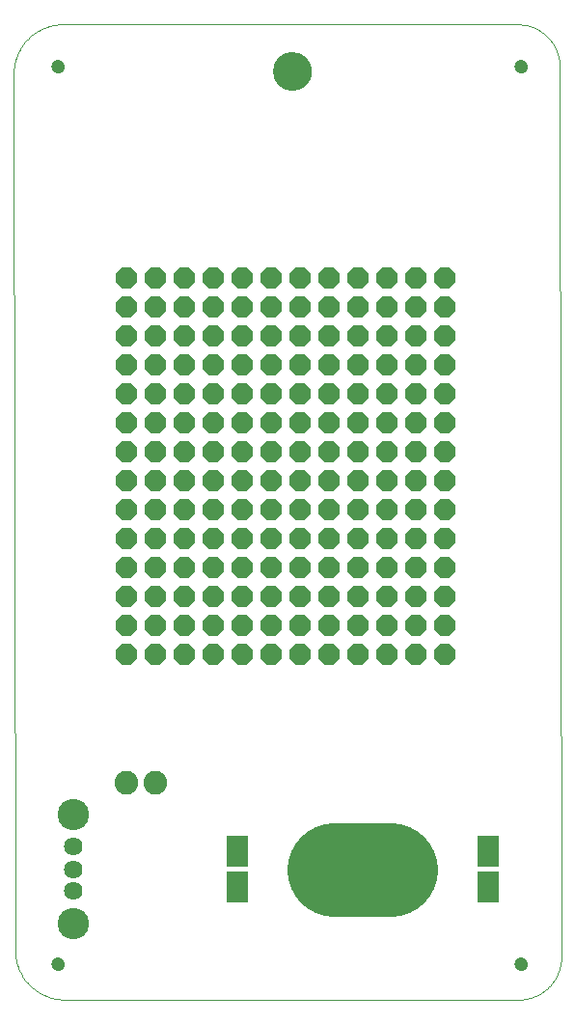
<source format=gts>
G75*
%MOIN*%
%OFA0B0*%
%FSLAX25Y25*%
%IPPOS*%
%LPD*%
%AMOC8*
5,1,8,0,0,1.08239X$1,22.5*
%
%ADD10C,0.00000*%
%ADD11C,0.13398*%
%ADD12C,0.04737*%
%ADD13C,0.08200*%
%ADD14OC8,0.07100*%
%ADD15C,0.06400*%
%ADD16C,0.10800*%
%ADD17R,0.07800X0.10800*%
%ADD18C,0.32296*%
D10*
X0008809Y0018071D02*
X0008329Y0320837D01*
X0021632Y0323269D02*
X0021634Y0323357D01*
X0021640Y0323445D01*
X0021650Y0323533D01*
X0021664Y0323621D01*
X0021681Y0323707D01*
X0021703Y0323793D01*
X0021728Y0323877D01*
X0021758Y0323961D01*
X0021790Y0324043D01*
X0021827Y0324123D01*
X0021867Y0324202D01*
X0021911Y0324279D01*
X0021958Y0324354D01*
X0022008Y0324426D01*
X0022062Y0324497D01*
X0022118Y0324564D01*
X0022178Y0324630D01*
X0022240Y0324692D01*
X0022306Y0324752D01*
X0022373Y0324808D01*
X0022444Y0324862D01*
X0022516Y0324912D01*
X0022591Y0324959D01*
X0022668Y0325003D01*
X0022747Y0325043D01*
X0022827Y0325080D01*
X0022909Y0325112D01*
X0022993Y0325142D01*
X0023077Y0325167D01*
X0023163Y0325189D01*
X0023249Y0325206D01*
X0023337Y0325220D01*
X0023425Y0325230D01*
X0023513Y0325236D01*
X0023601Y0325238D01*
X0023689Y0325236D01*
X0023777Y0325230D01*
X0023865Y0325220D01*
X0023953Y0325206D01*
X0024039Y0325189D01*
X0024125Y0325167D01*
X0024209Y0325142D01*
X0024293Y0325112D01*
X0024375Y0325080D01*
X0024455Y0325043D01*
X0024534Y0325003D01*
X0024611Y0324959D01*
X0024686Y0324912D01*
X0024758Y0324862D01*
X0024829Y0324808D01*
X0024896Y0324752D01*
X0024962Y0324692D01*
X0025024Y0324630D01*
X0025084Y0324564D01*
X0025140Y0324497D01*
X0025194Y0324426D01*
X0025244Y0324354D01*
X0025291Y0324279D01*
X0025335Y0324202D01*
X0025375Y0324123D01*
X0025412Y0324043D01*
X0025444Y0323961D01*
X0025474Y0323877D01*
X0025499Y0323793D01*
X0025521Y0323707D01*
X0025538Y0323621D01*
X0025552Y0323533D01*
X0025562Y0323445D01*
X0025568Y0323357D01*
X0025570Y0323269D01*
X0025568Y0323181D01*
X0025562Y0323093D01*
X0025552Y0323005D01*
X0025538Y0322917D01*
X0025521Y0322831D01*
X0025499Y0322745D01*
X0025474Y0322661D01*
X0025444Y0322577D01*
X0025412Y0322495D01*
X0025375Y0322415D01*
X0025335Y0322336D01*
X0025291Y0322259D01*
X0025244Y0322184D01*
X0025194Y0322112D01*
X0025140Y0322041D01*
X0025084Y0321974D01*
X0025024Y0321908D01*
X0024962Y0321846D01*
X0024896Y0321786D01*
X0024829Y0321730D01*
X0024758Y0321676D01*
X0024686Y0321626D01*
X0024611Y0321579D01*
X0024534Y0321535D01*
X0024455Y0321495D01*
X0024375Y0321458D01*
X0024293Y0321426D01*
X0024209Y0321396D01*
X0024125Y0321371D01*
X0024039Y0321349D01*
X0023953Y0321332D01*
X0023865Y0321318D01*
X0023777Y0321308D01*
X0023689Y0321302D01*
X0023601Y0321300D01*
X0023513Y0321302D01*
X0023425Y0321308D01*
X0023337Y0321318D01*
X0023249Y0321332D01*
X0023163Y0321349D01*
X0023077Y0321371D01*
X0022993Y0321396D01*
X0022909Y0321426D01*
X0022827Y0321458D01*
X0022747Y0321495D01*
X0022668Y0321535D01*
X0022591Y0321579D01*
X0022516Y0321626D01*
X0022444Y0321676D01*
X0022373Y0321730D01*
X0022306Y0321786D01*
X0022240Y0321846D01*
X0022178Y0321908D01*
X0022118Y0321974D01*
X0022062Y0322041D01*
X0022008Y0322112D01*
X0021958Y0322184D01*
X0021911Y0322259D01*
X0021867Y0322336D01*
X0021827Y0322415D01*
X0021790Y0322495D01*
X0021758Y0322577D01*
X0021728Y0322661D01*
X0021703Y0322745D01*
X0021681Y0322831D01*
X0021664Y0322917D01*
X0021650Y0323005D01*
X0021640Y0323093D01*
X0021634Y0323181D01*
X0021632Y0323269D01*
X0008329Y0320837D02*
X0008334Y0321248D01*
X0008349Y0321659D01*
X0008374Y0322069D01*
X0008408Y0322478D01*
X0008453Y0322887D01*
X0008507Y0323294D01*
X0008572Y0323700D01*
X0008646Y0324104D01*
X0008730Y0324506D01*
X0008823Y0324906D01*
X0008926Y0325304D01*
X0009039Y0325699D01*
X0009161Y0326092D01*
X0009293Y0326481D01*
X0009434Y0326867D01*
X0009584Y0327249D01*
X0009744Y0327628D01*
X0009913Y0328003D01*
X0010090Y0328373D01*
X0010277Y0328739D01*
X0010472Y0329101D01*
X0010676Y0329457D01*
X0010889Y0329809D01*
X0011110Y0330155D01*
X0011339Y0330496D01*
X0011576Y0330832D01*
X0011822Y0331161D01*
X0012075Y0331485D01*
X0012337Y0331802D01*
X0012605Y0332113D01*
X0012882Y0332417D01*
X0013165Y0332714D01*
X0013456Y0333005D01*
X0013753Y0333288D01*
X0014057Y0333565D01*
X0014368Y0333833D01*
X0014685Y0334095D01*
X0015009Y0334348D01*
X0015338Y0334594D01*
X0015674Y0334831D01*
X0016015Y0335060D01*
X0016361Y0335281D01*
X0016713Y0335494D01*
X0017069Y0335698D01*
X0017431Y0335893D01*
X0017797Y0336080D01*
X0018167Y0336257D01*
X0018542Y0336426D01*
X0018921Y0336586D01*
X0019303Y0336736D01*
X0019689Y0336877D01*
X0020078Y0337009D01*
X0020471Y0337131D01*
X0020866Y0337244D01*
X0021264Y0337347D01*
X0021664Y0337440D01*
X0022066Y0337524D01*
X0022470Y0337598D01*
X0022876Y0337663D01*
X0023283Y0337717D01*
X0023692Y0337762D01*
X0024101Y0337796D01*
X0024511Y0337821D01*
X0024922Y0337836D01*
X0025333Y0337841D01*
X0182309Y0337841D01*
X0181632Y0323269D02*
X0181634Y0323357D01*
X0181640Y0323445D01*
X0181650Y0323533D01*
X0181664Y0323621D01*
X0181681Y0323707D01*
X0181703Y0323793D01*
X0181728Y0323877D01*
X0181758Y0323961D01*
X0181790Y0324043D01*
X0181827Y0324123D01*
X0181867Y0324202D01*
X0181911Y0324279D01*
X0181958Y0324354D01*
X0182008Y0324426D01*
X0182062Y0324497D01*
X0182118Y0324564D01*
X0182178Y0324630D01*
X0182240Y0324692D01*
X0182306Y0324752D01*
X0182373Y0324808D01*
X0182444Y0324862D01*
X0182516Y0324912D01*
X0182591Y0324959D01*
X0182668Y0325003D01*
X0182747Y0325043D01*
X0182827Y0325080D01*
X0182909Y0325112D01*
X0182993Y0325142D01*
X0183077Y0325167D01*
X0183163Y0325189D01*
X0183249Y0325206D01*
X0183337Y0325220D01*
X0183425Y0325230D01*
X0183513Y0325236D01*
X0183601Y0325238D01*
X0183689Y0325236D01*
X0183777Y0325230D01*
X0183865Y0325220D01*
X0183953Y0325206D01*
X0184039Y0325189D01*
X0184125Y0325167D01*
X0184209Y0325142D01*
X0184293Y0325112D01*
X0184375Y0325080D01*
X0184455Y0325043D01*
X0184534Y0325003D01*
X0184611Y0324959D01*
X0184686Y0324912D01*
X0184758Y0324862D01*
X0184829Y0324808D01*
X0184896Y0324752D01*
X0184962Y0324692D01*
X0185024Y0324630D01*
X0185084Y0324564D01*
X0185140Y0324497D01*
X0185194Y0324426D01*
X0185244Y0324354D01*
X0185291Y0324279D01*
X0185335Y0324202D01*
X0185375Y0324123D01*
X0185412Y0324043D01*
X0185444Y0323961D01*
X0185474Y0323877D01*
X0185499Y0323793D01*
X0185521Y0323707D01*
X0185538Y0323621D01*
X0185552Y0323533D01*
X0185562Y0323445D01*
X0185568Y0323357D01*
X0185570Y0323269D01*
X0185568Y0323181D01*
X0185562Y0323093D01*
X0185552Y0323005D01*
X0185538Y0322917D01*
X0185521Y0322831D01*
X0185499Y0322745D01*
X0185474Y0322661D01*
X0185444Y0322577D01*
X0185412Y0322495D01*
X0185375Y0322415D01*
X0185335Y0322336D01*
X0185291Y0322259D01*
X0185244Y0322184D01*
X0185194Y0322112D01*
X0185140Y0322041D01*
X0185084Y0321974D01*
X0185024Y0321908D01*
X0184962Y0321846D01*
X0184896Y0321786D01*
X0184829Y0321730D01*
X0184758Y0321676D01*
X0184686Y0321626D01*
X0184611Y0321579D01*
X0184534Y0321535D01*
X0184455Y0321495D01*
X0184375Y0321458D01*
X0184293Y0321426D01*
X0184209Y0321396D01*
X0184125Y0321371D01*
X0184039Y0321349D01*
X0183953Y0321332D01*
X0183865Y0321318D01*
X0183777Y0321308D01*
X0183689Y0321302D01*
X0183601Y0321300D01*
X0183513Y0321302D01*
X0183425Y0321308D01*
X0183337Y0321318D01*
X0183249Y0321332D01*
X0183163Y0321349D01*
X0183077Y0321371D01*
X0182993Y0321396D01*
X0182909Y0321426D01*
X0182827Y0321458D01*
X0182747Y0321495D01*
X0182668Y0321535D01*
X0182591Y0321579D01*
X0182516Y0321626D01*
X0182444Y0321676D01*
X0182373Y0321730D01*
X0182306Y0321786D01*
X0182240Y0321846D01*
X0182178Y0321908D01*
X0182118Y0321974D01*
X0182062Y0322041D01*
X0182008Y0322112D01*
X0181958Y0322184D01*
X0181911Y0322259D01*
X0181867Y0322336D01*
X0181827Y0322415D01*
X0181790Y0322495D01*
X0181758Y0322577D01*
X0181728Y0322661D01*
X0181703Y0322745D01*
X0181681Y0322831D01*
X0181664Y0322917D01*
X0181650Y0323005D01*
X0181640Y0323093D01*
X0181634Y0323181D01*
X0181632Y0323269D01*
X0182309Y0337841D02*
X0182665Y0337837D01*
X0183020Y0337824D01*
X0183375Y0337802D01*
X0183730Y0337772D01*
X0184083Y0337734D01*
X0184436Y0337687D01*
X0184787Y0337631D01*
X0185137Y0337567D01*
X0185486Y0337494D01*
X0185832Y0337413D01*
X0186176Y0337324D01*
X0186518Y0337226D01*
X0186858Y0337121D01*
X0187195Y0337006D01*
X0187529Y0336884D01*
X0187860Y0336754D01*
X0188188Y0336616D01*
X0188512Y0336470D01*
X0188833Y0336316D01*
X0189150Y0336155D01*
X0189463Y0335986D01*
X0189772Y0335809D01*
X0190076Y0335625D01*
X0190376Y0335434D01*
X0190671Y0335235D01*
X0190962Y0335030D01*
X0191247Y0334817D01*
X0191527Y0334598D01*
X0191802Y0334371D01*
X0192071Y0334139D01*
X0192334Y0333900D01*
X0192592Y0333654D01*
X0192843Y0333403D01*
X0193089Y0333145D01*
X0193328Y0332882D01*
X0193560Y0332613D01*
X0193787Y0332338D01*
X0194006Y0332058D01*
X0194219Y0331773D01*
X0194424Y0331482D01*
X0194623Y0331187D01*
X0194814Y0330887D01*
X0194998Y0330583D01*
X0195175Y0330274D01*
X0195344Y0329961D01*
X0195505Y0329644D01*
X0195659Y0329323D01*
X0195805Y0328999D01*
X0195943Y0328671D01*
X0196073Y0328340D01*
X0196195Y0328006D01*
X0196310Y0327669D01*
X0196415Y0327329D01*
X0196513Y0326987D01*
X0196602Y0326643D01*
X0196683Y0326297D01*
X0196756Y0325948D01*
X0196820Y0325598D01*
X0196876Y0325247D01*
X0196923Y0324894D01*
X0196961Y0324541D01*
X0196991Y0324186D01*
X0197013Y0323831D01*
X0197026Y0323476D01*
X0197030Y0323120D01*
X0197510Y0015784D01*
X0181609Y0013209D02*
X0181611Y0013297D01*
X0181617Y0013385D01*
X0181627Y0013473D01*
X0181641Y0013561D01*
X0181658Y0013647D01*
X0181680Y0013733D01*
X0181705Y0013817D01*
X0181735Y0013901D01*
X0181767Y0013983D01*
X0181804Y0014063D01*
X0181844Y0014142D01*
X0181888Y0014219D01*
X0181935Y0014294D01*
X0181985Y0014366D01*
X0182039Y0014437D01*
X0182095Y0014504D01*
X0182155Y0014570D01*
X0182217Y0014632D01*
X0182283Y0014692D01*
X0182350Y0014748D01*
X0182421Y0014802D01*
X0182493Y0014852D01*
X0182568Y0014899D01*
X0182645Y0014943D01*
X0182724Y0014983D01*
X0182804Y0015020D01*
X0182886Y0015052D01*
X0182970Y0015082D01*
X0183054Y0015107D01*
X0183140Y0015129D01*
X0183226Y0015146D01*
X0183314Y0015160D01*
X0183402Y0015170D01*
X0183490Y0015176D01*
X0183578Y0015178D01*
X0183666Y0015176D01*
X0183754Y0015170D01*
X0183842Y0015160D01*
X0183930Y0015146D01*
X0184016Y0015129D01*
X0184102Y0015107D01*
X0184186Y0015082D01*
X0184270Y0015052D01*
X0184352Y0015020D01*
X0184432Y0014983D01*
X0184511Y0014943D01*
X0184588Y0014899D01*
X0184663Y0014852D01*
X0184735Y0014802D01*
X0184806Y0014748D01*
X0184873Y0014692D01*
X0184939Y0014632D01*
X0185001Y0014570D01*
X0185061Y0014504D01*
X0185117Y0014437D01*
X0185171Y0014366D01*
X0185221Y0014294D01*
X0185268Y0014219D01*
X0185312Y0014142D01*
X0185352Y0014063D01*
X0185389Y0013983D01*
X0185421Y0013901D01*
X0185451Y0013817D01*
X0185476Y0013733D01*
X0185498Y0013647D01*
X0185515Y0013561D01*
X0185529Y0013473D01*
X0185539Y0013385D01*
X0185545Y0013297D01*
X0185547Y0013209D01*
X0185545Y0013121D01*
X0185539Y0013033D01*
X0185529Y0012945D01*
X0185515Y0012857D01*
X0185498Y0012771D01*
X0185476Y0012685D01*
X0185451Y0012601D01*
X0185421Y0012517D01*
X0185389Y0012435D01*
X0185352Y0012355D01*
X0185312Y0012276D01*
X0185268Y0012199D01*
X0185221Y0012124D01*
X0185171Y0012052D01*
X0185117Y0011981D01*
X0185061Y0011914D01*
X0185001Y0011848D01*
X0184939Y0011786D01*
X0184873Y0011726D01*
X0184806Y0011670D01*
X0184735Y0011616D01*
X0184663Y0011566D01*
X0184588Y0011519D01*
X0184511Y0011475D01*
X0184432Y0011435D01*
X0184352Y0011398D01*
X0184270Y0011366D01*
X0184186Y0011336D01*
X0184102Y0011311D01*
X0184016Y0011289D01*
X0183930Y0011272D01*
X0183842Y0011258D01*
X0183754Y0011248D01*
X0183666Y0011242D01*
X0183578Y0011240D01*
X0183490Y0011242D01*
X0183402Y0011248D01*
X0183314Y0011258D01*
X0183226Y0011272D01*
X0183140Y0011289D01*
X0183054Y0011311D01*
X0182970Y0011336D01*
X0182886Y0011366D01*
X0182804Y0011398D01*
X0182724Y0011435D01*
X0182645Y0011475D01*
X0182568Y0011519D01*
X0182493Y0011566D01*
X0182421Y0011616D01*
X0182350Y0011670D01*
X0182283Y0011726D01*
X0182217Y0011786D01*
X0182155Y0011848D01*
X0182095Y0011914D01*
X0182039Y0011981D01*
X0181985Y0012052D01*
X0181935Y0012124D01*
X0181888Y0012199D01*
X0181844Y0012276D01*
X0181804Y0012355D01*
X0181767Y0012435D01*
X0181735Y0012517D01*
X0181705Y0012601D01*
X0181680Y0012685D01*
X0181658Y0012771D01*
X0181641Y0012857D01*
X0181627Y0012945D01*
X0181617Y0013033D01*
X0181611Y0013121D01*
X0181609Y0013209D01*
X0182726Y0001000D02*
X0183083Y0001004D01*
X0183440Y0001017D01*
X0183797Y0001039D01*
X0184153Y0001069D01*
X0184508Y0001108D01*
X0184862Y0001155D01*
X0185215Y0001211D01*
X0185566Y0001275D01*
X0185916Y0001348D01*
X0186264Y0001430D01*
X0186610Y0001519D01*
X0186953Y0001617D01*
X0187295Y0001724D01*
X0187633Y0001838D01*
X0187968Y0001961D01*
X0188301Y0002091D01*
X0188630Y0002230D01*
X0188956Y0002377D01*
X0189278Y0002531D01*
X0189596Y0002693D01*
X0189911Y0002863D01*
X0190221Y0003041D01*
X0190527Y0003225D01*
X0190828Y0003418D01*
X0191124Y0003617D01*
X0191416Y0003823D01*
X0191702Y0004037D01*
X0191984Y0004257D01*
X0192259Y0004484D01*
X0192530Y0004718D01*
X0192794Y0004958D01*
X0193053Y0005205D01*
X0193305Y0005457D01*
X0193552Y0005716D01*
X0193792Y0005980D01*
X0194026Y0006251D01*
X0194253Y0006526D01*
X0194473Y0006808D01*
X0194687Y0007094D01*
X0194893Y0007386D01*
X0195092Y0007682D01*
X0195285Y0007983D01*
X0195469Y0008289D01*
X0195647Y0008599D01*
X0195817Y0008914D01*
X0195979Y0009232D01*
X0196133Y0009554D01*
X0196280Y0009880D01*
X0196419Y0010209D01*
X0196549Y0010542D01*
X0196672Y0010877D01*
X0196786Y0011215D01*
X0196893Y0011557D01*
X0196991Y0011900D01*
X0197080Y0012246D01*
X0197162Y0012594D01*
X0197235Y0012944D01*
X0197299Y0013295D01*
X0197355Y0013648D01*
X0197402Y0014002D01*
X0197441Y0014357D01*
X0197471Y0014713D01*
X0197493Y0015070D01*
X0197506Y0015427D01*
X0197510Y0015784D01*
X0182726Y0001000D02*
X0025880Y0001000D01*
X0021609Y0013209D02*
X0021611Y0013297D01*
X0021617Y0013385D01*
X0021627Y0013473D01*
X0021641Y0013561D01*
X0021658Y0013647D01*
X0021680Y0013733D01*
X0021705Y0013817D01*
X0021735Y0013901D01*
X0021767Y0013983D01*
X0021804Y0014063D01*
X0021844Y0014142D01*
X0021888Y0014219D01*
X0021935Y0014294D01*
X0021985Y0014366D01*
X0022039Y0014437D01*
X0022095Y0014504D01*
X0022155Y0014570D01*
X0022217Y0014632D01*
X0022283Y0014692D01*
X0022350Y0014748D01*
X0022421Y0014802D01*
X0022493Y0014852D01*
X0022568Y0014899D01*
X0022645Y0014943D01*
X0022724Y0014983D01*
X0022804Y0015020D01*
X0022886Y0015052D01*
X0022970Y0015082D01*
X0023054Y0015107D01*
X0023140Y0015129D01*
X0023226Y0015146D01*
X0023314Y0015160D01*
X0023402Y0015170D01*
X0023490Y0015176D01*
X0023578Y0015178D01*
X0023666Y0015176D01*
X0023754Y0015170D01*
X0023842Y0015160D01*
X0023930Y0015146D01*
X0024016Y0015129D01*
X0024102Y0015107D01*
X0024186Y0015082D01*
X0024270Y0015052D01*
X0024352Y0015020D01*
X0024432Y0014983D01*
X0024511Y0014943D01*
X0024588Y0014899D01*
X0024663Y0014852D01*
X0024735Y0014802D01*
X0024806Y0014748D01*
X0024873Y0014692D01*
X0024939Y0014632D01*
X0025001Y0014570D01*
X0025061Y0014504D01*
X0025117Y0014437D01*
X0025171Y0014366D01*
X0025221Y0014294D01*
X0025268Y0014219D01*
X0025312Y0014142D01*
X0025352Y0014063D01*
X0025389Y0013983D01*
X0025421Y0013901D01*
X0025451Y0013817D01*
X0025476Y0013733D01*
X0025498Y0013647D01*
X0025515Y0013561D01*
X0025529Y0013473D01*
X0025539Y0013385D01*
X0025545Y0013297D01*
X0025547Y0013209D01*
X0025545Y0013121D01*
X0025539Y0013033D01*
X0025529Y0012945D01*
X0025515Y0012857D01*
X0025498Y0012771D01*
X0025476Y0012685D01*
X0025451Y0012601D01*
X0025421Y0012517D01*
X0025389Y0012435D01*
X0025352Y0012355D01*
X0025312Y0012276D01*
X0025268Y0012199D01*
X0025221Y0012124D01*
X0025171Y0012052D01*
X0025117Y0011981D01*
X0025061Y0011914D01*
X0025001Y0011848D01*
X0024939Y0011786D01*
X0024873Y0011726D01*
X0024806Y0011670D01*
X0024735Y0011616D01*
X0024663Y0011566D01*
X0024588Y0011519D01*
X0024511Y0011475D01*
X0024432Y0011435D01*
X0024352Y0011398D01*
X0024270Y0011366D01*
X0024186Y0011336D01*
X0024102Y0011311D01*
X0024016Y0011289D01*
X0023930Y0011272D01*
X0023842Y0011258D01*
X0023754Y0011248D01*
X0023666Y0011242D01*
X0023578Y0011240D01*
X0023490Y0011242D01*
X0023402Y0011248D01*
X0023314Y0011258D01*
X0023226Y0011272D01*
X0023140Y0011289D01*
X0023054Y0011311D01*
X0022970Y0011336D01*
X0022886Y0011366D01*
X0022804Y0011398D01*
X0022724Y0011435D01*
X0022645Y0011475D01*
X0022568Y0011519D01*
X0022493Y0011566D01*
X0022421Y0011616D01*
X0022350Y0011670D01*
X0022283Y0011726D01*
X0022217Y0011786D01*
X0022155Y0011848D01*
X0022095Y0011914D01*
X0022039Y0011981D01*
X0021985Y0012052D01*
X0021935Y0012124D01*
X0021888Y0012199D01*
X0021844Y0012276D01*
X0021804Y0012355D01*
X0021767Y0012435D01*
X0021735Y0012517D01*
X0021705Y0012601D01*
X0021680Y0012685D01*
X0021658Y0012771D01*
X0021641Y0012857D01*
X0021627Y0012945D01*
X0021617Y0013033D01*
X0021611Y0013121D01*
X0021609Y0013209D01*
X0025880Y0001000D02*
X0025468Y0001005D01*
X0025055Y0001020D01*
X0024643Y0001045D01*
X0024232Y0001080D01*
X0023822Y0001124D01*
X0023413Y0001179D01*
X0023006Y0001244D01*
X0022600Y0001318D01*
X0022196Y0001402D01*
X0021795Y0001496D01*
X0021395Y0001600D01*
X0020999Y0001713D01*
X0020605Y0001836D01*
X0020214Y0001968D01*
X0019827Y0002109D01*
X0019443Y0002260D01*
X0019062Y0002420D01*
X0018686Y0002590D01*
X0018314Y0002768D01*
X0017947Y0002955D01*
X0017584Y0003151D01*
X0017226Y0003356D01*
X0016873Y0003570D01*
X0016525Y0003792D01*
X0016183Y0004022D01*
X0015846Y0004260D01*
X0015515Y0004507D01*
X0015190Y0004761D01*
X0014872Y0005023D01*
X0014560Y0005293D01*
X0014254Y0005570D01*
X0013956Y0005855D01*
X0013664Y0006147D01*
X0013379Y0006445D01*
X0013102Y0006751D01*
X0012832Y0007063D01*
X0012570Y0007381D01*
X0012316Y0007706D01*
X0012069Y0008037D01*
X0011831Y0008374D01*
X0011601Y0008716D01*
X0011379Y0009064D01*
X0011165Y0009417D01*
X0010960Y0009775D01*
X0010764Y0010138D01*
X0010577Y0010505D01*
X0010399Y0010877D01*
X0010229Y0011253D01*
X0010069Y0011634D01*
X0009918Y0012018D01*
X0009777Y0012405D01*
X0009645Y0012796D01*
X0009522Y0013190D01*
X0009409Y0013586D01*
X0009305Y0013986D01*
X0009211Y0014387D01*
X0009127Y0014791D01*
X0009053Y0015197D01*
X0008988Y0015604D01*
X0008933Y0016013D01*
X0008889Y0016423D01*
X0008854Y0016834D01*
X0008829Y0017246D01*
X0008814Y0017659D01*
X0008809Y0018071D01*
X0098410Y0321609D02*
X0098412Y0321767D01*
X0098418Y0321925D01*
X0098428Y0322083D01*
X0098442Y0322241D01*
X0098460Y0322398D01*
X0098481Y0322555D01*
X0098507Y0322711D01*
X0098537Y0322867D01*
X0098570Y0323022D01*
X0098608Y0323175D01*
X0098649Y0323328D01*
X0098694Y0323480D01*
X0098743Y0323631D01*
X0098796Y0323780D01*
X0098852Y0323928D01*
X0098912Y0324074D01*
X0098976Y0324219D01*
X0099044Y0324362D01*
X0099115Y0324504D01*
X0099189Y0324644D01*
X0099267Y0324781D01*
X0099349Y0324917D01*
X0099433Y0325051D01*
X0099522Y0325182D01*
X0099613Y0325311D01*
X0099708Y0325438D01*
X0099805Y0325563D01*
X0099906Y0325685D01*
X0100010Y0325804D01*
X0100117Y0325921D01*
X0100227Y0326035D01*
X0100340Y0326146D01*
X0100455Y0326255D01*
X0100573Y0326360D01*
X0100694Y0326462D01*
X0100817Y0326562D01*
X0100943Y0326658D01*
X0101071Y0326751D01*
X0101201Y0326841D01*
X0101334Y0326927D01*
X0101469Y0327011D01*
X0101605Y0327090D01*
X0101744Y0327167D01*
X0101885Y0327239D01*
X0102027Y0327309D01*
X0102171Y0327374D01*
X0102317Y0327436D01*
X0102464Y0327494D01*
X0102613Y0327549D01*
X0102763Y0327600D01*
X0102914Y0327647D01*
X0103066Y0327690D01*
X0103219Y0327729D01*
X0103374Y0327765D01*
X0103529Y0327796D01*
X0103685Y0327824D01*
X0103841Y0327848D01*
X0103998Y0327868D01*
X0104156Y0327884D01*
X0104313Y0327896D01*
X0104472Y0327904D01*
X0104630Y0327908D01*
X0104788Y0327908D01*
X0104946Y0327904D01*
X0105105Y0327896D01*
X0105262Y0327884D01*
X0105420Y0327868D01*
X0105577Y0327848D01*
X0105733Y0327824D01*
X0105889Y0327796D01*
X0106044Y0327765D01*
X0106199Y0327729D01*
X0106352Y0327690D01*
X0106504Y0327647D01*
X0106655Y0327600D01*
X0106805Y0327549D01*
X0106954Y0327494D01*
X0107101Y0327436D01*
X0107247Y0327374D01*
X0107391Y0327309D01*
X0107533Y0327239D01*
X0107674Y0327167D01*
X0107813Y0327090D01*
X0107949Y0327011D01*
X0108084Y0326927D01*
X0108217Y0326841D01*
X0108347Y0326751D01*
X0108475Y0326658D01*
X0108601Y0326562D01*
X0108724Y0326462D01*
X0108845Y0326360D01*
X0108963Y0326255D01*
X0109078Y0326146D01*
X0109191Y0326035D01*
X0109301Y0325921D01*
X0109408Y0325804D01*
X0109512Y0325685D01*
X0109613Y0325563D01*
X0109710Y0325438D01*
X0109805Y0325311D01*
X0109896Y0325182D01*
X0109985Y0325051D01*
X0110069Y0324917D01*
X0110151Y0324781D01*
X0110229Y0324644D01*
X0110303Y0324504D01*
X0110374Y0324362D01*
X0110442Y0324219D01*
X0110506Y0324074D01*
X0110566Y0323928D01*
X0110622Y0323780D01*
X0110675Y0323631D01*
X0110724Y0323480D01*
X0110769Y0323328D01*
X0110810Y0323175D01*
X0110848Y0323022D01*
X0110881Y0322867D01*
X0110911Y0322711D01*
X0110937Y0322555D01*
X0110958Y0322398D01*
X0110976Y0322241D01*
X0110990Y0322083D01*
X0111000Y0321925D01*
X0111006Y0321767D01*
X0111008Y0321609D01*
X0111006Y0321451D01*
X0111000Y0321293D01*
X0110990Y0321135D01*
X0110976Y0320977D01*
X0110958Y0320820D01*
X0110937Y0320663D01*
X0110911Y0320507D01*
X0110881Y0320351D01*
X0110848Y0320196D01*
X0110810Y0320043D01*
X0110769Y0319890D01*
X0110724Y0319738D01*
X0110675Y0319587D01*
X0110622Y0319438D01*
X0110566Y0319290D01*
X0110506Y0319144D01*
X0110442Y0318999D01*
X0110374Y0318856D01*
X0110303Y0318714D01*
X0110229Y0318574D01*
X0110151Y0318437D01*
X0110069Y0318301D01*
X0109985Y0318167D01*
X0109896Y0318036D01*
X0109805Y0317907D01*
X0109710Y0317780D01*
X0109613Y0317655D01*
X0109512Y0317533D01*
X0109408Y0317414D01*
X0109301Y0317297D01*
X0109191Y0317183D01*
X0109078Y0317072D01*
X0108963Y0316963D01*
X0108845Y0316858D01*
X0108724Y0316756D01*
X0108601Y0316656D01*
X0108475Y0316560D01*
X0108347Y0316467D01*
X0108217Y0316377D01*
X0108084Y0316291D01*
X0107949Y0316207D01*
X0107813Y0316128D01*
X0107674Y0316051D01*
X0107533Y0315979D01*
X0107391Y0315909D01*
X0107247Y0315844D01*
X0107101Y0315782D01*
X0106954Y0315724D01*
X0106805Y0315669D01*
X0106655Y0315618D01*
X0106504Y0315571D01*
X0106352Y0315528D01*
X0106199Y0315489D01*
X0106044Y0315453D01*
X0105889Y0315422D01*
X0105733Y0315394D01*
X0105577Y0315370D01*
X0105420Y0315350D01*
X0105262Y0315334D01*
X0105105Y0315322D01*
X0104946Y0315314D01*
X0104788Y0315310D01*
X0104630Y0315310D01*
X0104472Y0315314D01*
X0104313Y0315322D01*
X0104156Y0315334D01*
X0103998Y0315350D01*
X0103841Y0315370D01*
X0103685Y0315394D01*
X0103529Y0315422D01*
X0103374Y0315453D01*
X0103219Y0315489D01*
X0103066Y0315528D01*
X0102914Y0315571D01*
X0102763Y0315618D01*
X0102613Y0315669D01*
X0102464Y0315724D01*
X0102317Y0315782D01*
X0102171Y0315844D01*
X0102027Y0315909D01*
X0101885Y0315979D01*
X0101744Y0316051D01*
X0101605Y0316128D01*
X0101469Y0316207D01*
X0101334Y0316291D01*
X0101201Y0316377D01*
X0101071Y0316467D01*
X0100943Y0316560D01*
X0100817Y0316656D01*
X0100694Y0316756D01*
X0100573Y0316858D01*
X0100455Y0316963D01*
X0100340Y0317072D01*
X0100227Y0317183D01*
X0100117Y0317297D01*
X0100010Y0317414D01*
X0099906Y0317533D01*
X0099805Y0317655D01*
X0099708Y0317780D01*
X0099613Y0317907D01*
X0099522Y0318036D01*
X0099433Y0318167D01*
X0099349Y0318301D01*
X0099267Y0318437D01*
X0099189Y0318574D01*
X0099115Y0318714D01*
X0099044Y0318856D01*
X0098976Y0318999D01*
X0098912Y0319144D01*
X0098852Y0319290D01*
X0098796Y0319438D01*
X0098743Y0319587D01*
X0098694Y0319738D01*
X0098649Y0319890D01*
X0098608Y0320043D01*
X0098570Y0320196D01*
X0098537Y0320351D01*
X0098507Y0320507D01*
X0098481Y0320663D01*
X0098460Y0320820D01*
X0098442Y0320977D01*
X0098428Y0321135D01*
X0098418Y0321293D01*
X0098412Y0321451D01*
X0098410Y0321609D01*
D11*
X0104709Y0321609D03*
D12*
X0183601Y0323269D03*
X0023601Y0323269D03*
X0023578Y0013209D03*
X0183578Y0013209D03*
D13*
X0057169Y0076000D03*
X0047169Y0076000D03*
D14*
X0047169Y0120200D03*
X0047169Y0130200D03*
X0047169Y0140200D03*
X0047169Y0150200D03*
X0047169Y0160200D03*
X0047169Y0170200D03*
X0047169Y0180200D03*
X0047169Y0190200D03*
X0047169Y0200200D03*
X0047169Y0210200D03*
X0047169Y0220200D03*
X0047169Y0230200D03*
X0047169Y0240200D03*
X0047169Y0250200D03*
X0057169Y0250200D03*
X0057169Y0240200D03*
X0057169Y0230200D03*
X0057169Y0220200D03*
X0057169Y0210200D03*
X0057169Y0200200D03*
X0057169Y0190200D03*
X0057169Y0180200D03*
X0057169Y0170200D03*
X0057169Y0160200D03*
X0057169Y0150200D03*
X0057169Y0140200D03*
X0057169Y0130200D03*
X0057169Y0120200D03*
X0067169Y0120200D03*
X0067169Y0130200D03*
X0067169Y0140200D03*
X0067169Y0150200D03*
X0067169Y0160200D03*
X0067169Y0170200D03*
X0067169Y0180200D03*
X0067169Y0190200D03*
X0067169Y0200200D03*
X0067169Y0210200D03*
X0067169Y0220200D03*
X0067169Y0230200D03*
X0067169Y0240200D03*
X0067169Y0250200D03*
X0077169Y0250200D03*
X0077169Y0240200D03*
X0077169Y0230200D03*
X0077169Y0220200D03*
X0077169Y0210200D03*
X0077169Y0200200D03*
X0077169Y0190200D03*
X0077169Y0180200D03*
X0077169Y0170200D03*
X0077169Y0160200D03*
X0077169Y0150200D03*
X0077169Y0140200D03*
X0077169Y0130200D03*
X0077169Y0120200D03*
X0087169Y0120200D03*
X0087169Y0130200D03*
X0087169Y0140200D03*
X0087169Y0150200D03*
X0087169Y0160200D03*
X0087169Y0170200D03*
X0087169Y0180200D03*
X0087169Y0190200D03*
X0087169Y0200200D03*
X0087169Y0210200D03*
X0087169Y0220200D03*
X0087169Y0230200D03*
X0087169Y0240200D03*
X0087169Y0250200D03*
X0097169Y0250200D03*
X0097169Y0240200D03*
X0097169Y0230200D03*
X0097169Y0220200D03*
X0097169Y0210200D03*
X0097169Y0200200D03*
X0097169Y0190200D03*
X0097169Y0180200D03*
X0097169Y0170200D03*
X0097169Y0160200D03*
X0097169Y0150200D03*
X0097169Y0140200D03*
X0097169Y0130200D03*
X0097169Y0120200D03*
X0107169Y0120200D03*
X0107169Y0130200D03*
X0107169Y0140200D03*
X0107169Y0150200D03*
X0107169Y0160200D03*
X0107169Y0170200D03*
X0107169Y0180200D03*
X0107169Y0190200D03*
X0107169Y0200200D03*
X0107169Y0210200D03*
X0107169Y0220200D03*
X0107169Y0230200D03*
X0107169Y0240200D03*
X0107169Y0250200D03*
X0117169Y0250200D03*
X0117169Y0240200D03*
X0117169Y0230200D03*
X0117169Y0220200D03*
X0117169Y0210200D03*
X0117169Y0200200D03*
X0117169Y0190200D03*
X0117169Y0180200D03*
X0117169Y0170200D03*
X0117169Y0160200D03*
X0117169Y0150200D03*
X0117169Y0140200D03*
X0117169Y0130200D03*
X0117169Y0120200D03*
X0127169Y0120200D03*
X0127169Y0130200D03*
X0127169Y0140200D03*
X0127169Y0150200D03*
X0127169Y0160200D03*
X0127169Y0170200D03*
X0127169Y0180200D03*
X0127169Y0190200D03*
X0127169Y0200200D03*
X0127169Y0210200D03*
X0127169Y0220200D03*
X0127169Y0230200D03*
X0127169Y0240200D03*
X0127169Y0250200D03*
X0137169Y0250200D03*
X0137169Y0240200D03*
X0137169Y0230200D03*
X0137169Y0220200D03*
X0137169Y0210200D03*
X0137169Y0200200D03*
X0137169Y0190200D03*
X0137169Y0180200D03*
X0137169Y0170200D03*
X0137169Y0160200D03*
X0137169Y0150200D03*
X0137169Y0140200D03*
X0137169Y0130200D03*
X0137169Y0120200D03*
X0147169Y0120200D03*
X0147169Y0130200D03*
X0147169Y0140200D03*
X0147169Y0150200D03*
X0147169Y0160200D03*
X0147169Y0170200D03*
X0147169Y0180200D03*
X0147169Y0190200D03*
X0147169Y0200200D03*
X0147169Y0210200D03*
X0147169Y0220200D03*
X0147169Y0230200D03*
X0147169Y0240200D03*
X0147169Y0250200D03*
X0157169Y0250200D03*
X0157169Y0240200D03*
X0157169Y0230200D03*
X0157169Y0220200D03*
X0157169Y0210200D03*
X0157169Y0200200D03*
X0157169Y0190200D03*
X0157169Y0180200D03*
X0157169Y0170200D03*
X0157169Y0160200D03*
X0157169Y0150200D03*
X0157169Y0140200D03*
X0157169Y0130200D03*
X0157169Y0120200D03*
D15*
X0028809Y0053874D03*
X0028809Y0046000D03*
X0028809Y0038520D03*
D16*
X0028809Y0027102D03*
X0028809Y0064898D03*
D17*
X0085502Y0052102D03*
X0085502Y0039898D03*
X0172116Y0039898D03*
X0172116Y0052102D03*
D18*
X0138651Y0046000D02*
X0118967Y0046000D01*
M02*

</source>
